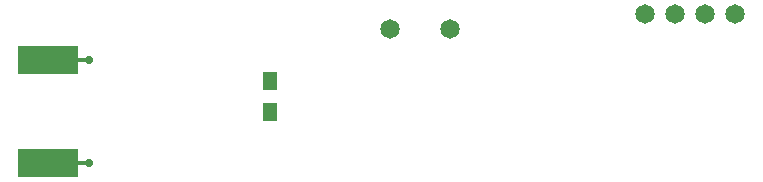
<source format=gbr>
G04 #@! TF.FileFunction,Soldermask,Bot*
%FSLAX46Y46*%
G04 Gerber Fmt 4.6, Leading zero omitted, Abs format (unit mm)*
G04 Created by KiCad (PCBNEW 0.201508030901+6040~28~ubuntu14.04.1-product) date Wed 05 Aug 2015 11:40:12 PM CDT*
%MOMM*%
G01*
G04 APERTURE LIST*
%ADD10C,0.100000*%
%ADD11C,1.651000*%
%ADD12R,1.198880X1.501140*%
%ADD13C,0.711200*%
%ADD14R,0.889000X0.457200*%
%ADD15R,5.080000X2.413000*%
G04 APERTURE END LIST*
D10*
D11*
X137160000Y-86360000D03*
X142240000Y-86360000D03*
X158750000Y-85090000D03*
X161290000Y-85090000D03*
X163830000Y-85090000D03*
X166370000Y-85090000D03*
D12*
X127000000Y-90774520D03*
X127000000Y-93375480D03*
D13*
X111633000Y-97726500D03*
D14*
X111188500Y-97726500D03*
D15*
X108204000Y-97726500D03*
X108204000Y-88963500D03*
D14*
X111188500Y-88963500D03*
D13*
X111633000Y-88963500D03*
M02*

</source>
